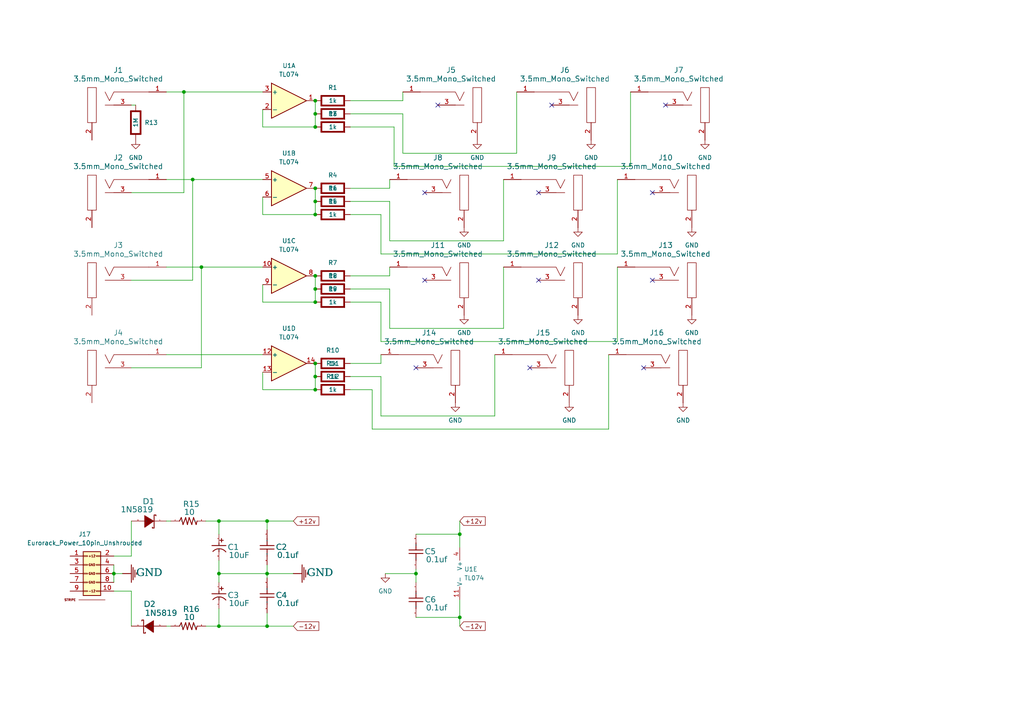
<source format=kicad_sch>
(kicad_sch (version 20250114) (generator "eeschema") (generator_version "9.0")
  (paper "A4")
  (lib_symbols
    (symbol "1N5819G"
      (property "Reference" "D2" (at -1.4224 7.2263 0))
      (property "Value" "1N5819" (at -1.524 4.6863 0))
      (symbol "1N5819G_0_0"
        (polyline (pts (xy -2.032 1.524) (xy -2.032 1.778) (xy -1.524 1.778) (xy -1.524 -2.032) (xy -1.016 -2.032) (xy -1.016 -1.778)) (stroke (width 0.254)))
        (polyline (pts (xy 1.3208 1.524) (xy -1.1938 0) (xy 1.3208 -1.778) (xy 1.3208 1.524)) (stroke (width 0.254)) (fill (type outline)))
        (pin unspecified line (at -5.08 0 0) (length 3.81) (name "K") (number "1"))
        (pin unspecified line (at 5.08 0 180) (length 3.81) (name "A") (number "2"))
      )
    )
    (symbol "1N5819G_1"
      (property "Reference" "D1" (at 1.5748 6.5151 0))
      (property "Value" "1N5819" (at 1.5748 4.2291 0))
      (symbol "1N5819G_1_0_0"
        (polyline (pts (xy -1.1938 1.524) (xy 1.3208 0) (xy -1.1938 -1.778) (xy -1.1938 1.524)) (stroke (width 0.254)) (fill (type outline)))
        (polyline (pts (xy 2.032 1.524) (xy 2.032 1.778) (xy 1.524 1.778) (xy 1.524 -2.032) (xy 1.016 -2.032) (xy 1.016 -1.778)) (stroke (width 0.254)))
        (pin unspecified line (at -5.08 0 0) (length 3.81) (name "A") (number "2"))
        (pin unspecified line (at 5.08 0 180) (length 3.81) (name "K") (number "1"))
      )
    )
    (symbol "47uF 16V 5*5"
      (property "Reference" "C3" (at 2.5908 0.9017 0))
      (property "Value" "47uF" (at 2.5908 -1.3843 0))
      (symbol "47uF 16V 5*5_0_0"
        (polyline (pts (xy 0 1.27) (xy 0 0.508)) (stroke (width 0.254)))
        (polyline (pts (xy 0 -0.508) (xy 0 -1.27)) (stroke (width 0.254)))
        (arc (start -1.7526 -1.1938) (mid 0.1558 -0.4053) (end 2.0066 -1.3208) (stroke (width 0.254)))
        (polyline (pts (xy 0.762 2.54) (xy 0.762 1.524)) (stroke (width 0.254)))
        (polyline (pts (xy 1.27 2.032) (xy 0.254 2.032)) (stroke (width 0.254)))
        (polyline (pts (xy 2.032 0.508) (xy -2.032 0.508)) (stroke (width 0.254)))
        (pin input line (at 0 3.81 270) (length 2.54) (name "1") (number "1"))
        (pin input line (at 0 -3.81 90) (length 2.54) (name "2") (number "2"))
      )
    )
    (symbol "47uF 16V 5*5_1"
      (property "Reference" "C1" (at 2.5908 0.8763 0))
      (property "Value" "47uF" (at 2.5908 -1.4097 0))
      (symbol "47uF 16V 5*5_1_0_0"
        (polyline (pts (xy 0 1.27) (xy 0 0.508)) (stroke (width 0.254)))
        (polyline (pts (xy 0 -0.508) (xy 0 -1.27)) (stroke (width 0.254)))
        (arc (start -1.7526 -1.1938) (mid 0.1558 -0.4053) (end 2.0066 -1.3208) (stroke (width 0.254)))
        (polyline (pts (xy 0.762 2.54) (xy 0.762 1.524)) (stroke (width 0.254)))
        (polyline (pts (xy 1.27 2.032) (xy 0.254 2.032)) (stroke (width 0.254)))
        (polyline (pts (xy 2.032 0.508) (xy -2.032 0.508)) (stroke (width 0.254)))
        (pin input line (at 0 3.81 270) (length 2.54) (name "1") (number "1"))
        (pin input line (at 0 -3.81 90) (length 2.54) (name "2") (number "2"))
      )
    )
    (symbol "Amplifier_Operational:TL074" (pin_names (offset 0.127))
      (property "Reference" "U" (at 0 5.08 0))
      (property "Value" "TL074" (at 0 -5.08 0))
      (symbol "TL074_1_1"
        (polyline (pts (xy -5.08 5.08) (xy 5.08 0) (xy -5.08 -5.08) (xy -5.08 5.08)) (stroke (width 0.254)) (fill (type background)))
        (pin input line (at -7.62 2.54 0) (length 2.54) (name "+") (number "3"))
        (pin input line (at -7.62 -2.54 0) (length 2.54) (name "-") (number "2"))
        (pin output line (at 7.62 0 180) (length 2.54) (name "~") (number "1"))
      )
      (symbol "TL074_2_1"
        (polyline (pts (xy -5.08 5.08) (xy 5.08 0) (xy -5.08 -5.08) (xy -5.08 5.08)) (stroke (width 0.254)) (fill (type background)))
        (pin input line (at -7.62 2.54 0) (length 2.54) (name "+") (number "5"))
        (pin input line (at -7.62 -2.54 0) (length 2.54) (name "-") (number "6"))
        (pin output line (at 7.62 0 180) (length 2.54) (name "~") (number "7"))
      )
      (symbol "TL074_3_1"
        (polyline (pts (xy -5.08 5.08) (xy 5.08 0) (xy -5.08 -5.08) (xy -5.08 5.08)) (stroke (width 0.254)) (fill (type background)))
        (pin input line (at -7.62 2.54 0) (length 2.54) (name "+") (number "10"))
        (pin input line (at -7.62 -2.54 0) (length 2.54) (name "-") (number "9"))
        (pin output line (at 7.62 0 180) (length 2.54) (name "~") (number "8"))
      )
      (symbol "TL074_4_1"
        (polyline (pts (xy -5.08 5.08) (xy 5.08 0) (xy -5.08 -5.08) (xy -5.08 5.08)) (stroke (width 0.254)) (fill (type background)))
        (pin input line (at -7.62 2.54 0) (length 2.54) (name "+") (number "12"))
        (pin input line (at -7.62 -2.54 0) (length 2.54) (name "-") (number "13"))
        (pin output line (at 7.62 0 180) (length 2.54) (name "~") (number "14"))
      )
      (symbol "TL074_5_1"
        (pin power_in line (at -2.54 7.62 270) (length 3.81) (name "V+") (number "4"))
        (pin power_in line (at -2.54 -7.62 90) (length 3.81) (name "V-") (number "11"))
      )
    )
    (symbol "C_RAD-0.1_US_4"
      (property "Reference" "C4" (at 2.5908 0.9017 0))
      (property "Value" "0.1uf" (at 2.5908 -1.3843 0))
      (symbol "C_RAD-0.1_US_4_0_0"
        (polyline (pts (xy -2.032 0.508) (xy 2.032 0.508)) (stroke (width 0.254)))
        (polyline (pts (xy 0 2.54) (xy 0 0.508)) (stroke (width 0.254)))
        (polyline (pts (xy 0 -0.508) (xy 0 -2.54)) (stroke (width 0.254)))
        (polyline (pts (xy 2.032 -0.508) (xy -2.032 -0.508)) (stroke (width 0.254)))
        (pin unspecified line (at 0 5.08 270) (length 2.54) (name "2") (number "2"))
        (pin unspecified line (at 0 -5.08 90) (length 2.54) (name "1") (number "1"))
      )
    )
    (symbol "C_RAD-0.1_US_5"
      (property "Reference" "C2" (at 2.5908 0.9017 0))
      (property "Value" "0.1uf" (at 2.5908 -1.3843 0))
      (symbol "C_RAD-0.1_US_5_0_0"
        (polyline (pts (xy -2.032 0.508) (xy 2.032 0.508)) (stroke (width 0.254)))
        (polyline (pts (xy 0 2.54) (xy 0 0.508)) (stroke (width 0.254)))
        (polyline (pts (xy 0 -0.508) (xy 0 -2.54)) (stroke (width 0.254)))
        (polyline (pts (xy 2.032 -0.508) (xy -2.032 -0.508)) (stroke (width 0.254)))
        (pin unspecified line (at 0 5.08 270) (length 2.54) (name "2") (number "2"))
        (pin unspecified line (at 0 -5.08 90) (length 2.54) (name "1") (number "1"))
      )
    )
    (symbol "GND" (power) (pin_numbers (hide yes)) (pin_names (hide yes))
      (property "Value" "GND" (at 0 -6.35 0))
      (symbol "GND_0_0"
        (polyline (pts (xy -2.54 -2.54) (xy 2.54 -2.54)) (stroke (width 0.254)))
        (polyline (pts (xy -1.778 -3.048) (xy 1.778 -3.048)) (stroke (width 0.254)))
        (polyline (pts (xy -1.016 -3.556) (xy 1.016 -3.556)) (stroke (width 0.254)))
        (polyline (pts (xy -0.254 -4.064) (xy 0.254 -4.064)) (stroke (width 0.254)))
        (polyline (pts (xy 0 0) (xy 0 -2.54)) (stroke (width 0.254)))
        (pin power_in line (at 0 0 270) (length 0) (name "GND") (number "1"))
      )
    )
    (symbol "PCM_4ms_Connector:Eurorack_Power_10pin_Unshrouded" (pin_names (offset 0.0254) (hide yes))
      (property "Reference" "J" (at 0 3.81 0))
      (property "Value" "Eurorack_Power_10pin_Unshrouded" (at 0 6.35 0))
      (symbol "Eurorack_Power_10pin_Unshrouded_0_0"
        (text "STRIPE" (at -6.35 -11.43 0) (effects (font (size 0.635 0.635))))
        (text "+12" (at 0 1.27 0) (effects (font (size 0.635 0.635))))
        (text "GND" (at 0 -1.27 0) (effects (font (size 0.635 0.635))))
        (text "GND" (at 0 -3.81 0) (effects (font (size 0.635 0.635))))
        (text "GND" (at 0 -6.35 0) (effects (font (size 0.635 0.635))))
        (text "-12" (at 0 -8.89 0) (effects (font (size 0.635 0.635))))
      )
      (symbol "Eurorack_Power_10pin_Unshrouded_0_1"
        (polyline (pts (xy -3.81 -11.43) (xy 3.81 -11.43) (xy 1.27 -11.43)))
        (rectangle (start -2.54 1.397) (end -1.27 1.143))
        (rectangle (start -2.54 -1.143) (end -1.27 -1.397))
        (rectangle (start -2.54 -3.683) (end -1.27 -3.937))
        (rectangle (start -2.54 -6.223) (end -1.27 -6.477))
        (rectangle (start -2.54 -8.763) (end -1.27 -9.017))
        (rectangle (start -2.54 -10.16) (end 2.54 2.54) (stroke (width 0.254)) (fill (type background)))
        (rectangle (start 1.27 1.397) (end 2.54 1.143))
        (rectangle (start 1.27 -1.143) (end 2.54 -1.397))
        (rectangle (start 1.27 -3.683) (end 2.54 -3.937))
        (rectangle (start 1.27 -6.223) (end 2.54 -6.477))
        (rectangle (start 1.27 -8.763) (end 2.54 -9.017))
      )
      (symbol "Eurorack_Power_10pin_Unshrouded_1_1"
        (pin passive line (at -6.35 1.27 0) (length 3.81) (name "+12V") (number "1"))
        (pin passive line (at -6.35 -1.27 0) (length 3.81) (name "GND") (number "3"))
        (pin passive line (at -6.35 -3.81 0) (length 3.81) (name "GND") (number "5"))
        (pin passive line (at -6.35 -6.35 0) (length 3.81) (name "GND") (number "7"))
        (pin passive line (at -6.35 -8.89 0) (length 3.81) (name "-12V") (number "9"))
        (pin passive line (at 6.35 1.27 180) (length 3.81) (name "+12V") (number "2"))
        (pin passive line (at 6.35 -1.27 180) (length 3.81) (name "GND") (number "4"))
        (pin passive line (at 6.35 -3.81 180) (length 3.81) (name "GND") (number "6"))
        (pin passive line (at 6.35 -6.35 180) (length 3.81) (name "GND") (number "8"))
        (pin passive line (at 6.35 -8.89 180) (length 3.81) (name "-12V") (number "10"))
      )
    )
    (symbol "PCM_4ms_Jack:3.5mm_Mono_Switched" (pin_names (offset 0) (hide yes))
      (property "Reference" "J" (at -6.35 -7.62 0))
      (property "Value" "3.5mm_Mono_Switched" (at 6.35 6.604 0))
      (symbol "3.5mm_Mono_Switched_0_0"
        (rectangle (start -6.35 5.08) (end -3.81 -5.08))
        (polyline (pts (xy -1.27 3.81) (xy 0 1.27) (xy 1.27 3.81) (xy 11.43 3.81)))
        (polyline (pts (xy -1.27 0) (xy 1.27 0)))
      )
      (symbol "3.5mm_Mono_Switched_1_1"
        (pin passive line (at -5.08 -10.16 90) (length 5.08) (name "SHEILD") (number "2"))
        (pin passive line (at 6.35 0 180) (length 5.08) (name "SW") (number "3"))
        (pin passive line (at 16.51 3.81 180) (length 5.08) (name "SIG") (number "1"))
      )
    )
    (symbol "PCM_4ms_Power-symbol:GND" (power) (pin_names (offset 0))
      (property "Value" "GND" (at 0 -3.81 0))
      (symbol "GND_0_1"
        (polyline (pts (xy 0 0) (xy 0 -1.27) (xy 1.27 -1.27) (xy 0 -2.54) (xy -1.27 -1.27) (xy 0 -1.27)))
      )
      (symbol "GND_1_1"
        (pin power_in line (at 0 0 270) (length 0) (hide yes) (name "GND") (number "1"))
      )
    )
    (symbol "PCM_Elektuur:R" (pin_numbers (hide yes)) (pin_names (offset 0) (hide yes))
      (property "Reference" "R" (at 2.54 3.175 0))
      (property "Value" "R" (at 0 0 90))
      (symbol "R_1_1"
        (polyline (pts (xy -1.524 -3.429) (xy 1.524 -3.429) (xy 1.524 3.429) (xy -1.524 3.429) (xy -1.524 -3.429) (xy -1.27 -3.175) (xy -1.27 3.175) (xy 1.27 3.175) (xy 1.27 -3.175) (xy -1.27 -3.175) (xy -1.524 -3.429)) (stroke (width 0.254)) (fill (type outline)))
        (pin passive line (at 0 5.08 270) (length 1.651) (name "+") (number "1"))
        (pin passive line (at 0 -5.08 90) (length 1.651) (name "-") (number "2"))
      )
      (symbol "R_1_2"
        (polyline (pts (xy -0.508 -3.429) (xy 1.524 -3.429) (xy 1.524 3.429) (xy -0.508 3.429) (xy -0.508 3.175) (xy 1.27 3.175) (xy 1.27 -3.175) (xy -0.508 -3.175) (xy -0.508 -3.429)) (stroke (width 0.254)) (fill (type outline)))
        (pin passive line (at 0 5.08 270) (length 1.651) (name "+") (number "1"))
        (pin passive line (at 0 -5.08 90) (length 1.651) (name "-") (number "2"))
      )
      (symbol "R_1_3"
        (polyline (pts (xy 0 3.4798) (xy 0 3.2004) (xy 0.7112 2.794) (xy -1.1938 1.6764) (xy 0.7112 0.5588) (xy -1.1938 -0.5588) (xy 0.7112 -1.6764) (xy -1.1938 -2.794) (xy 0 -3.4798) (xy 0 -3.2004) (xy -0.7112 -2.794) (xy 1.1938 -1.6764) (xy -0.7112 -0.5588) (xy 1.1938 0.5588) (xy -0.7112 1.6764) (xy 1.1938 2.794) (xy 0 3.4798)) (stroke (width 0.254)) (fill (type outline)))
        (pin passive line (at 0 5.08 270) (length 1.6002) (name "+") (number "1"))
        (pin passive line (at 0 -5.08 90) (length 1.6002) (name "-") (number "2"))
      )
      (symbol "R_1_4"
        (polyline (pts (xy 0 4.5466) (xy 0 4.2672) (xy 0.0508 4.2418) (xy 1.016 3.683) (xy -1.524 2.2098) (xy 1.016 0.7366) (xy -1.524 -0.7366) (xy 1.016 -2.2098) (xy -1.524 -3.683) (xy -0.0762 -4.5212) (xy 0 -4.5466) (xy 0 -4.2672) (xy -0.0508 -4.2418) (xy -1.016 -3.683) (xy 1.524 -2.2098) (xy -1.016 -0.7366) (xy 1.524 0.7366) (xy -1.016 2.2098) (xy 1.524 3.683) (xy 0.0762 4.5212) (xy 0 4.5466)) (stroke (width 0.254)) (fill (type outline)))
        (pin passive line (at 0 5.08 270) (length 0.5334) (name "+") (number "1"))
        (pin passive line (at 0 -5.08 90) (length 0.5334) (name "-") (number "2"))
      )
    )
    (symbol "RESISTOR AXIAL 1/4W_21"
      (property "Reference" "R2" (at -1.4478 5.7531 0))
      (property "Value" "10" (at -1.4478 3.4671 0))
      (symbol "RESISTOR AXIAL 1/4W_21_0_0"
        (polyline (pts (xy -2.54 0) (xy -2.032 1.016)) (stroke (width 0.254)))
        (polyline (pts (xy -2.032 1.016) (xy -1.524 -1.016)) (stroke (width 0.254)))
        (polyline (pts (xy -1.524 -1.016) (xy -0.762 1.016)) (stroke (width 0.254)))
        (polyline (pts (xy -0.762 1.016) (xy -0.254 -1.016)) (stroke (width 0.254)))
        (polyline (pts (xy -0.254 -1.016) (xy 0.254 1.016)) (stroke (width 0.254)))
        (polyline (pts (xy 0.254 1.016) (xy 1.016 -1.016)) (stroke (width 0.254)))
        (polyline (pts (xy 1.016 -1.016) (xy 1.524 1.016)) (stroke (width 0.254)))
        (polyline (pts (xy 1.524 1.016) (xy 2.286 -1.016)) (stroke (width 0.254)))
        (polyline (pts (xy 2.286 -1.016) (xy 2.54 0)) (stroke (width 0.254)))
        (pin unspecified line (at -5.08 0 0) (length 2.54) (name "1") (number "1"))
        (pin unspecified line (at 5.08 0 180) (length 2.54) (name "2") (number "2"))
      )
    )
    (symbol "RESISTOR AXIAL 1/4W_22"
      (property "Reference" "R1" (at -1.4478 5.7531 0))
      (property "Value" "10" (at -1.4478 3.4671 0))
      (symbol "RESISTOR AXIAL 1/4W_22_0_0"
        (polyline (pts (xy -2.54 0) (xy -2.032 1.016)) (stroke (width 0.254)))
        (polyline (pts (xy -2.032 1.016) (xy -1.524 -1.016)) (stroke (width 0.254)))
        (polyline (pts (xy -1.524 -1.016) (xy -0.762 1.016)) (stroke (width 0.254)))
        (polyline (pts (xy -0.762 1.016) (xy -0.254 -1.016)) (stroke (width 0.254)))
        (polyline (pts (xy -0.254 -1.016) (xy 0.254 1.016)) (stroke (width 0.254)))
        (polyline (pts (xy 0.254 1.016) (xy 1.016 -1.016)) (stroke (width 0.254)))
        (polyline (pts (xy 1.016 -1.016) (xy 1.524 1.016)) (stroke (width 0.254)))
        (polyline (pts (xy 1.524 1.016) (xy 2.286 -1.016)) (stroke (width 0.254)))
        (polyline (pts (xy 2.286 -1.016) (xy 2.54 0)) (stroke (width 0.254)))
        (pin unspecified line (at -5.08 0 0) (length 2.54) (name "1") (number "1"))
        (pin unspecified line (at 5.08 0 180) (length 2.54) (name "2") (number "2"))
      )
    )
  )
  (junction (at 91.44 58.42))
  (junction (at 133.35 154.94))
  (junction (at 91.44 80.01))
  (junction (at 91.44 87.63))
  (junction (at 58.42 77.47))
  (junction (at 77.47 181.61))
  (junction (at 63.5 151.13))
  (junction (at 63.5 181.61))
  (junction (at 77.47 151.13))
  (junction (at 91.44 109.22))
  (junction (at 63.5 166.37))
  (junction (at 91.44 83.82))
  (junction (at 91.44 29.21))
  (junction (at 91.44 36.83))
  (junction (at 91.44 62.23))
  (junction (at 91.44 113.03))
  (junction (at 91.44 33.02))
  (junction (at 55.88 52.07))
  (junction (at 53.34 26.67))
  (junction (at 91.44 54.61))
  (junction (at 77.47 166.37))
  (junction (at 91.44 105.41))
  (junction (at 133.35 179.07))
  (junction (at 120.65 166.37))
  (junction (at 33.02 166.37))
  (no_connect (at 189.23 55.88))
  (no_connect (at 156.21 81.28))
  (no_connect (at 193.04 30.48))
  (no_connect (at 186.69 106.68))
  (no_connect (at 160.02 30.48))
  (no_connect (at 127 30.48))
  (no_connect (at 189.23 81.28))
  (no_connect (at 123.19 81.28))
  (no_connect (at 156.21 55.88))
  (no_connect (at 153.67 106.68))
  (no_connect (at 123.19 55.88))
  (no_connect (at 120.65 106.68))
  (wire (pts (xy 63.5 154.94) (xy 63.5 151.13)))
  (wire (pts (xy 101.6 62.23) (xy 110.49 62.23)))
  (wire (pts (xy 179.07 73.66) (xy 179.07 52.07)))
  (wire (pts (xy 35.56 166.37) (xy 33.02 166.37)))
  (wire (pts (xy 113.03 80.01) (xy 113.03 77.47)))
  (wire (pts (xy 55.88 52.07) (xy 76.2 52.07)))
  (wire (pts (xy 77.47 167.64) (xy 77.47 166.37)))
  (wire (pts (xy 77.47 151.13) (xy 85.09 151.13)))
  (wire (pts (xy 116.84 29.21) (xy 116.84 26.67)))
  (wire (pts (xy 110.49 87.63) (xy 110.49 99.06)))
  (wire (pts (xy 116.84 44.45) (xy 149.86 44.45)))
  (wire (pts (xy 76.2 82.55) (xy 76.2 87.63)))
  (wire (pts (xy 133.35 179.07) (xy 133.35 181.61)))
  (wire (pts (xy 76.2 87.63) (xy 91.44 87.63)))
  (wire (pts (xy 59.69 151.13) (xy 63.5 151.13)))
  (wire (pts (xy 33.02 171.45) (xy 38.1 171.45)))
  (wire (pts (xy 143.51 120.65) (xy 143.51 102.87)))
  (wire (pts (xy 91.44 58.42) (xy 91.44 54.61)))
  (wire (pts (xy 55.88 81.28) (xy 55.88 52.07)))
  (wire (pts (xy 101.6 105.41) (xy 110.49 105.41)))
  (wire (pts (xy 76.2 57.15) (xy 76.2 62.23)))
  (wire (pts (xy 101.6 29.21) (xy 116.84 29.21)))
  (wire (pts (xy 48.26 77.47) (xy 58.42 77.47)))
  (wire (pts (xy 33.02 168.91) (xy 33.02 166.37)))
  (wire (pts (xy 91.44 83.82) (xy 91.44 80.01)))
  (wire (pts (xy 111.76 166.37) (xy 120.65 166.37)))
  (wire (pts (xy 133.35 154.94) (xy 133.35 158.75)))
  (wire (pts (xy 63.5 181.61) (xy 63.5 176.53)))
  (wire (pts (xy 116.84 33.02) (xy 116.84 44.45)))
  (wire (pts (xy 146.05 95.25) (xy 146.05 77.47)))
  (wire (pts (xy 33.02 161.29) (xy 38.1 161.29)))
  (wire (pts (xy 91.44 36.83) (xy 91.44 33.02)))
  (wire (pts (xy 101.6 58.42) (xy 113.03 58.42)))
  (wire (pts (xy 76.2 31.75) (xy 76.2 36.83)))
  (wire (pts (xy 39.37 30.48) (xy 38.1 30.48)))
  (wire (pts (xy 91.44 33.02) (xy 91.44 29.21)))
  (wire (pts (xy 91.44 109.22) (xy 91.44 105.41)))
  (wire (pts (xy 76.2 36.83) (xy 91.44 36.83)))
  (wire (pts (xy 58.42 106.68) (xy 58.42 77.47)))
  (wire (pts (xy 101.6 33.02) (xy 116.84 33.02)))
  (wire (pts (xy 113.03 83.82) (xy 113.03 95.25)))
  (wire (pts (xy 48.26 26.67) (xy 53.34 26.67)))
  (wire (pts (xy 91.44 58.42) (xy 91.44 62.23)))
  (wire (pts (xy 113.03 52.07) (xy 113.03 54.61)))
  (wire (pts (xy 110.49 105.41) (xy 110.49 102.87)))
  (wire (pts (xy 91.44 113.03) (xy 91.44 109.22)))
  (wire (pts (xy 101.6 36.83) (xy 114.3 36.83)))
  (wire (pts (xy 85.09 181.61) (xy 77.47 181.61)))
  (wire (pts (xy 110.49 109.22) (xy 110.49 120.65)))
  (wire (pts (xy 101.6 113.03) (xy 107.95 113.03)))
  (wire (pts (xy 101.6 54.61) (xy 113.03 54.61)))
  (wire (pts (xy 133.35 173.99) (xy 133.35 179.07)))
  (wire (pts (xy 59.69 181.61) (xy 63.5 181.61)))
  (wire (pts (xy 38.1 106.68) (xy 58.42 106.68)))
  (wire (pts (xy 77.47 153.67) (xy 77.47 151.13)))
  (wire (pts (xy 53.34 26.67) (xy 76.2 26.67)))
  (wire (pts (xy 107.95 124.46) (xy 176.53 124.46)))
  (wire (pts (xy 120.65 154.94) (xy 133.35 154.94)))
  (wire (pts (xy 77.47 166.37) (xy 77.47 163.83)))
  (wire (pts (xy 101.6 83.82) (xy 113.03 83.82)))
  (wire (pts (xy 114.3 48.26) (xy 182.88 48.26)))
  (wire (pts (xy 91.44 87.63) (xy 91.44 83.82)))
  (wire (pts (xy 101.6 109.22) (xy 110.49 109.22)))
  (wire (pts (xy 110.49 120.65) (xy 143.51 120.65)))
  (wire (pts (xy 76.2 107.95) (xy 76.2 113.03)))
  (wire (pts (xy 48.26 102.87) (xy 76.2 102.87)))
  (wire (pts (xy 176.53 124.46) (xy 176.53 102.87)))
  (wire (pts (xy 114.3 36.83) (xy 114.3 48.26)))
  (wire (pts (xy 63.5 166.37) (xy 63.5 168.91)))
  (wire (pts (xy 120.65 179.07) (xy 133.35 179.07)))
  (wire (pts (xy 113.03 58.42) (xy 113.03 69.85)))
  (wire (pts (xy 113.03 69.85) (xy 146.05 69.85)))
  (wire (pts (xy 53.34 55.88) (xy 53.34 26.67)))
  (wire (pts (xy 120.65 166.37) (xy 120.65 165.1)))
  (wire (pts (xy 76.2 62.23) (xy 91.44 62.23)))
  (wire (pts (xy 179.07 99.06) (xy 179.07 77.47)))
  (wire (pts (xy 63.5 166.37) (xy 77.47 166.37)))
  (wire (pts (xy 85.09 166.37) (xy 77.47 166.37)))
  (wire (pts (xy 101.6 87.63) (xy 110.49 87.63)))
  (wire (pts (xy 110.49 73.66) (xy 179.07 73.66)))
  (wire (pts (xy 107.95 113.03) (xy 107.95 124.46)))
  (wire (pts (xy 113.03 95.25) (xy 146.05 95.25)))
  (wire (pts (xy 77.47 177.8) (xy 77.47 181.61)))
  (wire (pts (xy 146.05 69.85) (xy 146.05 52.07)))
  (wire (pts (xy 38.1 161.29) (xy 38.1 151.13)))
  (wire (pts (xy 33.02 166.37) (xy 33.02 163.83)))
  (wire (pts (xy 110.49 62.23) (xy 110.49 73.66)))
  (wire (pts (xy 38.1 81.28) (xy 55.88 81.28)))
  (wire (pts (xy 58.42 77.47) (xy 76.2 77.47)))
  (wire (pts (xy 48.26 181.61) (xy 49.53 181.61)))
  (wire (pts (xy 49.53 151.13) (xy 48.26 151.13)))
  (wire (pts (xy 101.6 80.01) (xy 113.03 80.01)))
  (wire (pts (xy 133.35 151.13) (xy 133.35 154.94)))
  (wire (pts (xy 38.1 55.88) (xy 53.34 55.88)))
  (wire (pts (xy 38.1 171.45) (xy 38.1 181.61)))
  (wire (pts (xy 63.5 151.13) (xy 77.47 151.13)))
  (wire (pts (xy 63.5 162.56) (xy 63.5 166.37)))
  (wire (pts (xy 120.65 166.37) (xy 120.65 168.91)))
  (wire (pts (xy 76.2 113.03) (xy 91.44 113.03)))
  (wire (pts (xy 182.88 48.26) (xy 182.88 26.67)))
  (wire (pts (xy 48.26 52.07) (xy 55.88 52.07)))
  (wire (pts (xy 110.49 99.06) (xy 179.07 99.06)))
  (wire (pts (xy 149.86 44.45) (xy 149.86 26.67)))
  (wire (pts (xy 77.47 181.61) (xy 63.5 181.61)))
  (global_label "+12v" (shape input) (at 133.35 151.13 0) (property "Intersheetrefs" "${INTERSHEET_REFS}" (effects (hide yes))))
  (global_label "-12v" (shape input) (at 85.09 181.61 0) (property "Intersheetrefs" "${INTERSHEET_REFS}" (effects (hide yes))))
  (global_label "+12v" (shape input) (at 85.09 151.13 0) (property "Intersheetrefs" "${INTERSHEET_REFS}" (effects (hide yes))))
  (global_label "-12v" (shape input) (at 133.35 181.61 0) (property "Intersheetrefs" "${INTERSHEET_REFS}" (effects (hide yes))))
  (symbol (lib_id "Amplifier_Operational:TL074") (at 83.82 29.21 0) (unit 1)
    (property "Reference" "U1" (at 83.82 19.05 0))
    (property "Value" "TL074" (at 83.82 21.59 0))
    (property "Footprint" "PCM_4ms_Package_DIP:DIP-14_W7.62mm" (effects (hide yes)))
    (property "Datasheet" "http://www.ti.com/lit/ds/symlink/tl071.pdf" (effects (hide yes)))
    (property "Description" "Quad Low-Noise JFET-Input Operational Amplifiers, DIP-14/SOIC-14" (effects (hide yes)))
  )
  (symbol (lib_id "RESISTOR AXIAL 1/4W_21") (at 54.61 181.61 0) (unit 0)
    (property "Reference" "R16" (at 53.1622 175.8569 0) (effects (font (size 1.6891 1.6891)) (justify left top)))
    (property "Value" "10" (at 53.1622 178.1429 0) (effects (font (size 1.6891 1.6891)) (justify left top)))
    (property "Footprint" "Resistor_THT:R_Axial_DIN0204_L3.6mm_D1.6mm_P7.62mm_Horizontal" (effects (hide yes)))
  )
  (symbol (lib_id "PCM_4ms_Jack:3.5mm_Mono_Switched") (at 31.75 30.48 0) (unit 1)
    (property "Reference" "J1" (at 34.29 20.32 0) (effects (font (size 1.524 1.524))))
    (property "Value" "3.5mm_Mono_Switched" (at 34.29 22.86 0) (effects (font (size 1.524 1.524))))
    (property "Footprint" "PCM_4ms_Jack:EighthInch_PJ398SM" (effects (hide yes)))
    (property "Description" "Audio 3.5mm Jack, mono, switched, PC-pin Vertical" (effects (hide yes)))
    (property "Specifications" "Audio 3.5mm Jack, mono, switched, PC-pin Vertical" (effects (hide yes)))
    (property "Manufacturer" "Wenzhou QingPu Electronics Co" (effects (hide yes)))
    (property "Part Number" "WQP-WQP518MA" (effects (hide yes)))
  )
  (symbol (lib_id "PCM_Elektuur:R") (at 96.52 58.42 90) (unit 1)
    (property "Reference" "R6" (at 96.52 54.61 90))
    (property "Value" "1k" (at 96.52 58.42 90))
    (property "Footprint" "Resistor_THT:R_Axial_DIN0204_L3.6mm_D1.6mm_P7.62mm_Horizontal" (effects (hide yes)))
    (property "Description" "resistor" (effects (hide yes)))
    (property "Indicator" "+" (effects (hide yes)))
    (property "Rating" "W" (effects (hide yes)))
  )
  (symbol (lib_id "PCM_4ms_Power-symbol:GND") (at 165.1 116.84 0) (unit 1)
    (property "Reference" "#PWR011" (effects (hide yes)))
    (property "Value" "GND" (at 165.1 121.92 0))
  )
  (symbol (lib_id "PCM_Elektuur:R") (at 96.52 105.41 90) (unit 1)
    (property "Reference" "R10" (at 96.52 101.6 90))
    (property "Value" "1k" (at 96.52 105.41 90))
    (property "Footprint" "Resistor_THT:R_Axial_DIN0204_L3.6mm_D1.6mm_P7.62mm_Horizontal" (effects (hide yes)))
    (property "Description" "resistor" (effects (hide yes)))
    (property "Indicator" "+" (effects (hide yes)))
    (property "Rating" "W" (effects (hide yes)))
  )
  (symbol (lib_id "47uF 16V 5*5") (at 63.5 172.72 0) (unit 1)
    (property "Reference" "C3" (at 66.0908 171.8183 0) (effects (font (size 1.6891 1.6891)) (justify left top)))
    (property "Value" "10uF" (at 66.0908 174.1043 0) (effects (font (size 1.6891 1.6891)) (justify left top)))
    (property "Footprint" "Capacitor_THT:CP_Radial_D6.3mm_P2.50mm" (effects (hide yes)))
    (property "BOM_Manufacturer Part" "47uF 16V 5*5" (effects (hide yes)))
    (property "BOM_Manufacturer" "ValuePro" (effects (hide yes)))
    (property "BOM_Supplier Part" "C43802" (effects (hide yes)))
    (property "BOM_Supplier" "LCSC" (effects (hide yes)))
  )
  (symbol (lib_id "1N5819G") (at 43.18 181.61 0) (unit 0)
    (property "Reference" "D2" (at 41.7576 174.3837 0) (effects (font (size 1.6891 1.6891)) (justify left top)))
    (property "Value" "1N5819" (at 41.656 176.9237 0) (effects (font (size 1.6891 1.6891)) (justify left top)))
    (property "Footprint" "PCM_4ms_Diode:D_DO-41_P7.62mm_Horizontal" (effects (hide yes)))
    (property "BOM_Manufacturer Part" "1N5819G" (effects (hide yes)))
    (property "BOM_Manufacturer" "ON Semicon" (effects (hide yes)))
    (property "BOM_Supplier Part" "C232463" (effects (hide yes)))
    (property "BOM_Supplier" "LCSC" (effects (hide yes)))
  )
  (symbol (lib_id "PCM_4ms_Jack:3.5mm_Mono_Switched") (at 31.75 55.88 0) (unit 1)
    (property "Reference" "J2" (at 34.29 45.72 0) (effects (font (size 1.524 1.524))))
    (property "Value" "3.5mm_Mono_Switched" (at 34.29 48.26 0) (effects (font (size 1.524 1.524))))
    (property "Footprint" "PCM_4ms_Jack:EighthInch_PJ398SM" (effects (hide yes)))
    (property "Description" "Audio 3.5mm Jack, mono, switched, PC-pin Vertical" (effects (hide yes)))
    (property "Specifications" "Audio 3.5mm Jack, mono, switched, PC-pin Vertical" (effects (hide yes)))
    (property "Manufacturer" "Wenzhou QingPu Electronics Co" (effects (hide yes)))
    (property "Part Number" "WQP-WQP518MA" (effects (hide yes)))
  )
  (symbol (lib_id "RESISTOR AXIAL 1/4W_22") (at 54.61 151.13 0) (unit 0)
    (property "Reference" "R15" (at 53.1622 145.3769 0) (effects (font (size 1.6891 1.6891)) (justify left top)))
    (property "Value" "10" (at 53.1622 147.6629 0) (effects (font (size 1.6891 1.6891)) (justify left top)))
    (property "Footprint" "Resistor_THT:R_Axial_DIN0204_L3.6mm_D1.6mm_P7.62mm_Horizontal" (effects (hide yes)))
  )
  (symbol (lib_id "PCM_Elektuur:R") (at 96.52 83.82 90) (unit 1)
    (property "Reference" "R8" (at 96.52 80.01 90))
    (property "Value" "1k" (at 96.52 83.82 90))
    (property "Footprint" "Resistor_THT:R_Axial_DIN0204_L3.6mm_D1.6mm_P7.62mm_Horizontal" (effects (hide yes)))
    (property "Description" "resistor" (effects (hide yes)))
    (property "Indicator" "+" (effects (hide yes)))
    (property "Rating" "W" (effects (hide yes)))
  )
  (symbol (lib_id "PCM_Elektuur:R") (at 96.52 113.03 90) (unit 1)
    (property "Reference" "R12" (at 96.52 109.22 90))
    (property "Value" "1k" (at 96.52 113.03 90))
    (property "Footprint" "Resistor_THT:R_Axial_DIN0204_L3.6mm_D1.6mm_P7.62mm_Horizontal" (effects (hide yes)))
    (property "Description" "resistor" (effects (hide yes)))
    (property "Indicator" "+" (effects (hide yes)))
    (property "Rating" "W" (effects (hide yes)))
  )
  (symbol (lib_id "Amplifier_Operational:TL074") (at 135.89 166.37 0) (unit 5)
    (property "Reference" "U1" (at 134.62 165.0999 0) (effects (justify left)))
    (property "Value" "TL074" (at 134.62 167.6399 0) (effects (justify left)))
    (property "Footprint" "PCM_4ms_Package_DIP:DIP-14_W7.62mm" (effects (hide yes)))
    (property "Datasheet" "http://www.ti.com/lit/ds/symlink/tl071.pdf" (effects (hide yes)))
    (property "Description" "Quad Low-Noise JFET-Input Operational Amplifiers, DIP-14/SOIC-14" (effects (hide yes)))
  )
  (symbol (lib_id "PCM_4ms_Jack:3.5mm_Mono_Switched") (at 129.54 81.28 0) (mirror y) (unit 1)
    (property "Reference" "J11" (at 127 71.12 0) (effects (font (size 1.524 1.524))))
    (property "Value" "3.5mm_Mono_Switched" (at 127 73.66 0) (effects (font (size 1.524 1.524))))
    (property "Footprint" "PCM_4ms_Jack:EighthInch_PJ398SM" (effects (hide yes)))
    (property "Description" "Audio 3.5mm Jack, mono, switched, PC-pin Vertical" (effects (hide yes)))
    (property "Specifications" "Audio 3.5mm Jack, mono, switched, PC-pin Vertical" (effects (hide yes)))
    (property "Manufacturer" "Wenzhou QingPu Electronics Co" (effects (hide yes)))
    (property "Part Number" "WQP-WQP518MA" (effects (hide yes)))
  )
  (symbol (lib_id "Amplifier_Operational:TL074") (at 83.82 54.61 0) (unit 2)
    (property "Reference" "U1" (at 83.82 44.45 0))
    (property "Value" "TL074" (at 83.82 46.99 0))
    (property "Footprint" "PCM_4ms_Package_DIP:DIP-14_W7.62mm" (effects (hide yes)))
    (property "Datasheet" "http://www.ti.com/lit/ds/symlink/tl071.pdf" (effects (hide yes)))
    (property "Description" "Quad Low-Noise JFET-Input Operational Amplifiers, DIP-14/SOIC-14" (effects (hide yes)))
  )
  (symbol (lib_id "PCM_4ms_Jack:3.5mm_Mono_Switched") (at 127 106.68 0) (mirror y) (unit 1)
    (property "Reference" "J14" (at 124.46 96.52 0) (effects (font (size 1.524 1.524))))
    (property "Value" "3.5mm_Mono_Switched" (at 124.46 99.06 0) (effects (font (size 1.524 1.524))))
    (property "Footprint" "PCM_4ms_Jack:EighthInch_PJ398SM" (effects (hide yes)))
    (property "Description" "Audio 3.5mm Jack, mono, switched, PC-pin Vertical" (effects (hide yes)))
    (property "Specifications" "Audio 3.5mm Jack, mono, switched, PC-pin Vertical" (effects (hide yes)))
    (property "Manufacturer" "Wenzhou QingPu Electronics Co" (effects (hide yes)))
    (property "Part Number" "WQP-WQP518MA" (effects (hide yes)))
  )
  (symbol (lib_id "PCM_4ms_Power-symbol:GND") (at 171.45 40.64 0) (unit 1)
    (property "Reference" "#PWR02" (effects (hide yes)))
    (property "Value" "GND" (at 171.45 45.72 0))
  )
  (symbol (lib_id "PCM_4ms_Jack:3.5mm_Mono_Switched") (at 195.58 55.88 0) (mirror y) (unit 1)
    (property "Reference" "J10" (at 193.04 45.72 0) (effects (font (size 1.524 1.524))))
    (property "Value" "3.5mm_Mono_Switched" (at 193.04 48.26 0) (effects (font (size 1.524 1.524))))
    (property "Footprint" "PCM_4ms_Jack:EighthInch_PJ398SM" (effects (hide yes)))
    (property "Description" "Audio 3.5mm Jack, mono, switched, PC-pin Vertical" (effects (hide yes)))
    (property "Specifications" "Audio 3.5mm Jack, mono, switched, PC-pin Vertical" (effects (hide yes)))
    (property "Manufacturer" "Wenzhou QingPu Electronics Co" (effects (hide yes)))
    (property "Part Number" "WQP-WQP518MA" (effects (hide yes)))
  )
  (symbol (lib_id "PCM_4ms_Jack:3.5mm_Mono_Switched") (at 193.04 106.68 0) (mirror y) (unit 1)
    (property "Reference" "J16" (at 190.5 96.52 0) (effects (font (size 1.524 1.524))))
    (property "Value" "3.5mm_Mono_Switched" (at 190.5 99.06 0) (effects (font (size 1.524 1.524))))
    (property "Footprint" "PCM_4ms_Jack:EighthInch_PJ398SM" (effects (hide yes)))
    (property "Description" "Audio 3.5mm Jack, mono, switched, PC-pin Vertical" (effects (hide yes)))
    (property "Specifications" "Audio 3.5mm Jack, mono, switched, PC-pin Vertical" (effects (hide yes)))
    (property "Manufacturer" "Wenzhou QingPu Electronics Co" (effects (hide yes)))
    (property "Part Number" "WQP-WQP518MA" (effects (hide yes)))
  )
  (symbol (lib_id "PCM_4ms_Jack:3.5mm_Mono_Switched") (at 162.56 81.28 0) (mirror y) (unit 1)
    (property "Reference" "J12" (at 160.02 71.12 0) (effects (font (size 1.524 1.524))))
    (property "Value" "3.5mm_Mono_Switched" (at 160.02 73.66 0) (effects (font (size 1.524 1.524))))
    (property "Footprint" "PCM_4ms_Jack:EighthInch_PJ398SM" (effects (hide yes)))
    (property "Description" "Audio 3.5mm Jack, mono, switched, PC-pin Vertical" (effects (hide yes)))
    (property "Specifications" "Audio 3.5mm Jack, mono, switched, PC-pin Vertical" (effects (hide yes)))
    (property "Manufacturer" "Wenzhou QingPu Electronics Co" (effects (hide yes)))
    (property "Part Number" "WQP-WQP518MA" (effects (hide yes)))
  )
  (symbol (lib_id "GND") (at 85.09 166.37 90) (unit 0)
    (property "Reference" "#PWR0101" (effects (hide yes)))
    (property "Value" "GND" (at 89.3318 167.386 -90) (effects (font (size 2.1717 2.1717)) (justify left bottom)))
    (property "Description" "Power symbol creates a global label with name 'GND'" (effects (hide yes)))
  )
  (symbol (lib_id "C_RAD-0.1_US_4") (at 120.65 173.99 0) (unit 0)
    (property "Reference" "C6" (at 123.2408 173.0883 0) (effects (font (size 1.6891 1.6891)) (justify left top)))
    (property "Value" "0.1uf" (at 123.2408 175.3743 0) (effects (font (size 1.6891 1.6891)) (justify left top)))
    (property "Footprint" "PCM_4ms_Capacitor:C_Disc_P5.08mm" (effects (hide yes)))
  )
  (symbol (lib_id "PCM_4ms_Jack:3.5mm_Mono_Switched") (at 160.02 106.68 0) (mirror y) (unit 1)
    (property "Reference" "J15" (at 157.48 96.52 0) (effects (font (size 1.524 1.524))))
    (property "Value" "3.5mm_Mono_Switched" (at 157.48 99.06 0) (effects (font (size 1.524 1.524))))
    (property "Footprint" "PCM_4ms_Jack:EighthInch_PJ398SM" (effects (hide yes)))
    (property "Description" "Audio 3.5mm Jack, mono, switched, PC-pin Vertical" (effects (hide yes)))
    (property "Specifications" "Audio 3.5mm Jack, mono, switched, PC-pin Vertical" (effects (hide yes)))
    (property "Manufacturer" "Wenzhou QingPu Electronics Co" (effects (hide yes)))
    (property "Part Number" "WQP-WQP518MA" (effects (hide yes)))
  )
  (symbol (lib_id "PCM_4ms_Power-symbol:GND") (at 200.66 91.44 0) (unit 1)
    (property "Reference" "#PWR09" (effects (hide yes)))
    (property "Value" "GND" (at 200.66 96.52 0))
  )
  (symbol (lib_id "PCM_4ms_Jack:3.5mm_Mono_Switched") (at 31.75 81.28 0) (unit 1)
    (property "Reference" "J3" (at 34.29 71.12 0) (effects (font (size 1.524 1.524))))
    (property "Value" "3.5mm_Mono_Switched" (at 34.29 73.66 0) (effects (font (size 1.524 1.524))))
    (property "Footprint" "PCM_4ms_Jack:EighthInch_PJ398SM" (effects (hide yes)))
    (property "Description" "Audio 3.5mm Jack, mono, switched, PC-pin Vertical" (effects (hide yes)))
    (property "Specifications" "Audio 3.5mm Jack, mono, switched, PC-pin Vertical" (effects (hide yes)))
    (property "Manufacturer" "Wenzhou QingPu Electronics Co" (effects (hide yes)))
    (property "Part Number" "WQP-WQP518MA" (effects (hide yes)))
  )
  (symbol (lib_id "PCM_Elektuur:R") (at 96.52 62.23 90) (unit 1)
    (property "Reference" "R5" (at 96.52 58.42 90))
    (property "Value" "1k" (at 96.52 62.23 90))
    (property "Footprint" "Resistor_THT:R_Axial_DIN0204_L3.6mm_D1.6mm_P7.62mm_Horizontal" (effects (hide yes)))
    (property "Description" "resistor" (effects (hide yes)))
    (property "Indicator" "+" (effects (hide yes)))
    (property "Rating" "W" (effects (hide yes)))
  )
  (symbol (lib_id "PCM_4ms_Power-symbol:GND") (at 198.12 116.84 0) (unit 1)
    (property "Reference" "#PWR012" (effects (hide yes)))
    (property "Value" "GND" (at 198.12 121.92 0))
  )
  (symbol (lib_id "PCM_4ms_Power-symbol:GND") (at 167.64 66.04 0) (unit 1)
    (property "Reference" "#PWR05" (effects (hide yes)))
    (property "Value" "GND" (at 167.64 71.12 0))
  )
  (symbol (lib_id "47uF 16V 5*5_1") (at 63.5 158.75 0) (unit 1)
    (property "Reference" "C1" (at 66.0908 157.8737 0) (effects (font (size 1.6891 1.6891)) (justify left top)))
    (property "Value" "10uF" (at 66.0908 160.1597 0) (effects (font (size 1.6891 1.6891)) (justify left top)))
    (property "Footprint" "Capacitor_THT:CP_Radial_D6.3mm_P2.50mm" (effects (hide yes)))
    (property "BOM_Manufacturer Part" "47uF 16V 5*5" (effects (hide yes)))
    (property "BOM_Manufacturer" "ValuePro" (effects (hide yes)))
    (property "BOM_Supplier Part" "C43802" (effects (hide yes)))
    (property "BOM_Supplier" "LCSC" (effects (hide yes)))
  )
  (symbol (lib_id "Amplifier_Operational:TL074") (at 83.82 80.01 0) (unit 3)
    (property "Reference" "U1" (at 83.82 69.85 0))
    (property "Value" "TL074" (at 83.82 72.39 0))
    (property "Footprint" "PCM_4ms_Package_DIP:DIP-14_W7.62mm" (effects (hide yes)))
    (property "Datasheet" "http://www.ti.com/lit/ds/symlink/tl071.pdf" (effects (hide yes)))
    (property "Description" "Quad Low-Noise JFET-Input Operational Amplifiers, DIP-14/SOIC-14" (effects (hide yes)))
  )
  (symbol (lib_id "PCM_4ms_Power-symbol:GND") (at 134.62 66.04 0) (unit 1)
    (property "Reference" "#PWR04" (effects (hide yes)))
    (property "Value" "GND" (at 134.62 71.12 0))
  )
  (symbol (lib_id "PCM_Elektuur:R") (at 96.52 29.21 90) (unit 1)
    (property "Reference" "R1" (at 96.52 25.4 90))
    (property "Value" "1k" (at 96.52 29.21 90))
    (property "Footprint" "Resistor_THT:R_Axial_DIN0204_L3.6mm_D1.6mm_P7.62mm_Horizontal" (effects (hide yes)))
    (property "Description" "resistor" (effects (hide yes)))
    (property "Indicator" "+" (effects (hide yes)))
    (property "Rating" "W" (effects (hide yes)))
  )
  (symbol (lib_id "PCM_Elektuur:R") (at 96.52 54.61 90) (unit 1)
    (property "Reference" "R4" (at 96.52 50.8 90))
    (property "Value" "1k" (at 96.52 54.61 90))
    (property "Footprint" "Resistor_THT:R_Axial_DIN0204_L3.6mm_D1.6mm_P7.62mm_Horizontal" (effects (hide yes)))
    (property "Description" "resistor" (effects (hide yes)))
    (property "Indicator" "+" (effects (hide yes)))
    (property "Rating" "W" (effects (hide yes)))
  )
  (symbol (lib_id "PCM_4ms_Power-symbol:GND") (at 134.62 91.44 0) (unit 1)
    (property "Reference" "#PWR07" (effects (hide yes)))
    (property "Value" "GND" (at 134.62 96.52 0))
  )
  (symbol (lib_id "C_RAD-0.1_US_5") (at 120.65 160.02 0) (unit 0)
    (property "Reference" "C5" (at 123.2408 159.1183 0) (effects (font (size 1.6891 1.6891)) (justify left top)))
    (property "Value" "0.1uf" (at 123.2408 161.4043 0) (effects (font (size 1.6891 1.6891)) (justify left top)))
    (property "Footprint" "PCM_4ms_Capacitor:C_Disc_P5.08mm" (effects (hide yes)))
  )
  (symbol (lib_id "PCM_4ms_Power-symbol:GND") (at 132.08 116.84 0) (unit 1)
    (property "Reference" "#PWR010" (effects (hide yes)))
    (property "Value" "GND" (at 132.08 121.92 0))
  )
  (symbol (lib_id "PCM_4ms_Power-symbol:GND") (at 200.66 66.04 0) (unit 1)
    (property "Reference" "#PWR06" (effects (hide yes)))
    (property "Value" "GND" (at 200.66 71.12 0))
  )
  (symbol (lib_id "PCM_4ms_Jack:3.5mm_Mono_Switched") (at 31.75 106.68 0) (unit 1)
    (property "Reference" "J4" (at 34.29 96.52 0) (effects (font (size 1.524 1.524))))
    (property "Value" "3.5mm_Mono_Switched" (at 34.29 99.06 0) (effects (font (size 1.524 1.524))))
    (property "Footprint" "PCM_4ms_Jack:EighthInch_PJ398SM" (effects (hide yes)))
    (property "Description" "Audio 3.5mm Jack, mono, switched, PC-pin Vertical" (effects (hide yes)))
    (property "Specifications" "Audio 3.5mm Jack, mono, switched, PC-pin Vertical" (effects (hide yes)))
    (property "Manufacturer" "Wenzhou QingPu Electronics Co" (effects (hide yes)))
    (property "Part Number" "WQP-WQP518MA" (effects (hide yes)))
  )
  (symbol (lib_id "PCM_4ms_Power-symbol:GND") (at 111.76 166.37 0) (unit 1)
    (property "Reference" "#PWR013" (effects (hide yes)))
    (property "Value" "GND" (at 111.76 171.45 0))
  )
  (symbol (lib_id "PCM_Elektuur:R") (at 96.52 33.02 90) (unit 1)
    (property "Reference" "R2" (effects (hide yes)))
    (property "Value" "1k" (at 96.52 33.02 90))
    (property "Footprint" "Resistor_THT:R_Axial_DIN0204_L3.6mm_D1.6mm_P7.62mm_Horizontal" (effects (hide yes)))
    (property "Description" "resistor" (effects (hide yes)))
    (property "Indicator" "+" (effects (hide yes)))
    (property "Rating" "W" (effects (hide yes)))
  )
  (symbol (lib_id "PCM_Elektuur:R") (at 96.52 87.63 90) (unit 1)
    (property "Reference" "R9" (at 96.52 83.82 90))
    (property "Value" "1k" (at 96.52 87.63 90))
    (property "Footprint" "Resistor_THT:R_Axial_DIN0204_L3.6mm_D1.6mm_P7.62mm_Horizontal" (effects (hide yes)))
    (property "Description" "resistor" (effects (hide yes)))
    (property "Indicator" "+" (effects (hide yes)))
    (property "Rating" "W" (effects (hide yes)))
  )
  (symbol (lib_id "PCM_4ms_Power-symbol:GND") (at 138.43 40.64 0) (unit 1)
    (property "Reference" "#PWR01" (effects (hide yes)))
    (property "Value" "GND" (at 138.43 45.72 0))
  )
  (symbol (lib_id "PCM_4ms_Jack:3.5mm_Mono_Switched") (at 162.56 55.88 0) (mirror y) (unit 1)
    (property "Reference" "J9" (at 160.02 45.72 0) (effects (font (size 1.524 1.524))))
    (property "Value" "3.5mm_Mono_Switched" (at 160.02 48.26 0) (effects (font (size 1.524 1.524))))
    (property "Footprint" "PCM_4ms_Jack:EighthInch_PJ398SM" (effects (hide yes)))
    (property "Description" "Audio 3.5mm Jack, mono, switched, PC-pin Vertical" (effects (hide yes)))
    (property "Specifications" "Audio 3.5mm Jack, mono, switched, PC-pin Vertical" (effects (hide yes)))
    (property "Manufacturer" "Wenzhou QingPu Electronics Co" (effects (hide yes)))
    (property "Part Number" "WQP-WQP518MA" (effects (hide yes)))
  )
  (symbol (lib_id "PCM_Elektuur:R") (at 96.52 109.22 90) (unit 1)
    (property "Reference" "R11" (at 96.52 105.41 90))
    (property "Value" "1k" (at 96.774 109.22 90))
    (property "Footprint" "Resistor_THT:R_Axial_DIN0204_L3.6mm_D1.6mm_P7.62mm_Horizontal" (effects (hide yes)))
    (property "Description" "resistor" (effects (hide yes)))
    (property "Indicator" "+" (effects (hide yes)))
    (property "Rating" "W" (effects (hide yes)))
  )
  (symbol (lib_id "GND") (at 35.56 166.37 90) (unit 0)
    (property "Reference" "#PWR0102" (effects (hide yes)))
    (property "Value" "GND" (at 39.8018 167.386 -90) (effects (font (size 2.1717 2.1717)) (justify left bottom)))
    (property "Description" "Power symbol creates a global label with name 'GND'" (effects (hide yes)))
  )
  (symbol (lib_id "C_RAD-0.1_US_4") (at 77.47 172.72 0) (unit 0)
    (property "Reference" "C4" (at 80.0608 171.8183 0) (effects (font (size 1.6891 1.6891)) (justify left top)))
    (property "Value" "0.1uf" (at 80.0608 174.1043 0) (effects (font (size 1.6891 1.6891)) (justify left top)))
    (property "Footprint" "PCM_4ms_Capacitor:C_Disc_P5.08mm" (effects (hide yes)))
  )
  (symbol (lib_id "PCM_4ms_Jack:3.5mm_Mono_Switched") (at 166.37 30.48 0) (mirror y) (unit 1)
    (property "Reference" "J6" (at 163.83 20.32 0) (effects (font (size 1.524 1.524))))
    (property "Value" "3.5mm_Mono_Switched" (at 163.83 22.86 0) (effects (font (size 1.524 1.524))))
    (property "Footprint" "PCM_4ms_Jack:EighthInch_PJ398SM" (effects (hide yes)))
    (property "Description" "Audio 3.5mm Jack, mono, switched, PC-pin Vertical" (effects (hide yes)))
    (property "Specifications" "Audio 3.5mm Jack, mono, switched, PC-pin Vertical" (effects (hide yes)))
    (property "Manufacturer" "Wenzhou QingPu Electronics Co" (effects (hide yes)))
    (property "Part Number" "WQP-WQP518MA" (effects (hide yes)))
  )
  (symbol (lib_id "PCM_4ms_Power-symbol:GND") (at 204.47 40.64 0) (unit 1)
    (property "Reference" "#PWR03" (effects (hide yes)))
    (property "Value" "GND" (at 204.47 45.72 0))
  )
  (symbol (lib_id "PCM_4ms_Jack:3.5mm_Mono_Switched") (at 133.35 30.48 0) (mirror y) (unit 1)
    (property "Reference" "J5" (at 130.81 20.32 0) (effects (font (size 1.524 1.524))))
    (property "Value" "3.5mm_Mono_Switched" (at 130.81 22.86 0) (effects (font (size 1.524 1.524))))
    (property "Footprint" "PCM_4ms_Jack:EighthInch_PJ398SM" (effects (hide yes)))
    (property "Description" "Audio 3.5mm Jack, mono, switched, PC-pin Vertical" (effects (hide yes)))
    (property "Specifications" "Audio 3.5mm Jack, mono, switched, PC-pin Vertical" (effects (hide yes)))
    (property "Manufacturer" "Wenzhou QingPu Electronics Co" (effects (hide yes)))
    (property "Part Number" "WQP-WQP518MA" (effects (hide yes)))
  )
  (symbol (lib_id "PCM_Elektuur:R") (at 39.37 35.56 0) (unit 1)
    (property "Reference" "R13" (at 41.91 35.5599 0) (effects (justify left)))
    (property "Value" "1M" (at 39.37 35.56 90))
    (property "Footprint" "Resistor_THT:R_Axial_DIN0204_L3.6mm_D1.6mm_P7.62mm_Horizontal" (effects (hide yes)))
    (property "Description" "resistor" (effects (hide yes)))
    (property "Indicator" "+" (effects (hide yes)))
    (property "Rating" "W" (effects (hide yes)))
  )
  (symbol (lib_id "1N5819G_1") (at 43.18 151.13 0) (unit 0)
    (property "Reference" "D1" (at 44.7548 144.6149 0) (effects (font (size 1.6891 1.6891)) (justify right top)))
    (property "Value" "1N5819" (at 44.7548 146.9009 0) (effects (font (size 1.6891 1.6891)) (justify right top)))
    (property "Footprint" "PCM_4ms_Diode:D_DO-41_P7.62mm_Horizontal" (effects (hide yes)))
    (property "BOM_Manufacturer Part" "1N5819G" (effects (hide yes)))
    (property "BOM_Manufacturer" "ON Semicon" (effects (hide yes)))
    (property "BOM_Supplier Part" "C232463" (effects (hide yes)))
    (property "BOM_Supplier" "LCSC" (effects (hide yes)))
  )
  (symbol (lib_id "PCM_Elektuur:R") (at 96.52 80.01 90) (unit 1)
    (property "Reference" "R7" (at 96.52 76.2 90))
    (property "Value" "1k" (at 96.52 80.01 90))
    (property "Footprint" "Resistor_THT:R_Axial_DIN0204_L3.6mm_D1.6mm_P7.62mm_Horizontal" (effects (hide yes)))
    (property "Description" "resistor" (effects (hide yes)))
    (property "Indicator" "+" (effects (hide yes)))
    (property "Rating" "W" (effects (hide yes)))
  )
  (symbol (lib_id "C_RAD-0.1_US_5") (at 77.47 158.75 0) (unit 0)
    (property "Reference" "C2" (at 80.0608 157.8483 0) (effects (font (size 1.6891 1.6891)) (justify left top)))
    (property "Value" "0.1uf" (at 80.0608 160.1343 0) (effects (font (size 1.6891 1.6891)) (justify left top)))
    (property "Footprint" "PCM_4ms_Capacitor:C_Disc_P5.08mm" (effects (hide yes)))
  )
  (symbol (lib_id "PCM_4ms_Connector:Eurorack_Power_10pin_Unshrouded") (at 26.67 162.56 0) (unit 1)
    (property "Reference" "J17" (at 24.5633 154.94 0))
    (property "Value" "Eurorack_Power_10pin_Unshrouded" (at 24.5633 157.48 0))
    (property "Footprint" "PCM_4ms_Connector:Pins_2x05_2.54mm_TH" (effects (hide yes)))
    (property "Description" "HEADER 2x5 MALE PINS 0.100” 180deg" (effects (hide yes)))
    (property "Specifications" "HEADER 2x5 MALE PINS 0.100” 180deg" (effects (hide yes)))
    (property "Manufacturer" "TAD" (effects (hide yes)))
    (property "Part Number" "1-1002FBV0T" (effects (hide yes)))
  )
  (symbol (lib_id "PCM_4ms_Power-symbol:GND") (at 39.37 40.64 0) (unit 1)
    (property "Reference" "#PWR014" (effects (hide yes)))
    (property "Value" "GND" (at 39.37 45.72 0))
  )
  (symbol (lib_id "Amplifier_Operational:TL074") (at 83.82 105.41 0) (unit 4)
    (property "Reference" "U1" (at 83.82 95.25 0))
    (property "Value" "TL074" (at 83.82 97.79 0))
    (property "Footprint" "PCM_4ms_Package_DIP:DIP-14_W7.62mm" (effects (hide yes)))
    (property "Datasheet" "http://www.ti.com/lit/ds/symlink/tl071.pdf" (effects (hide yes)))
    (property "Description" "Quad Low-Noise JFET-Input Operational Amplifiers, DIP-14/SOIC-14" (effects (hide yes)))
  )
  (symbol (lib_id "PCM_4ms_Power-symbol:GND") (at 167.64 91.44 0) (unit 1)
    (property "Reference" "#PWR08" (effects (hide yes)))
    (property "Value" "GND" (at 167.64 96.52 0))
  )
  (symbol (lib_id "PCM_4ms_Jack:3.5mm_Mono_Switched") (at 199.39 30.48 0) (mirror y) (unit 1)
    (property "Reference" "J7" (at 196.85 20.32 0) (effects (font (size 1.524 1.524))))
    (property "Value" "3.5mm_Mono_Switched" (at 196.85 22.86 0) (effects (font (size 1.524 1.524))))
    (property "Footprint" "PCM_4ms_Jack:EighthInch_PJ398SM" (effects (hide yes)))
    (property "Description" "Audio 3.5mm Jack, mono, switched, PC-pin Vertical" (effects (hide yes)))
    (property "Specifications" "Audio 3.5mm Jack, mono, switched, PC-pin Vertical" (effects (hide yes)))
    (property "Manufacturer" "Wenzhou QingPu Electronics Co" (effects (hide yes)))
    (property "Part Number" "WQP-WQP518MA" (effects (hide yes)))
  )
  (symbol (lib_id "PCM_Elektuur:R") (at 96.52 36.83 90) (unit 1)
    (property "Reference" "R3" (at 96.52 33.02 90))
    (property "Value" "1k" (at 96.52 36.83 90))
    (property "Footprint" "Resistor_THT:R_Axial_DIN0204_L3.6mm_D1.6mm_P7.62mm_Horizontal" (effects (hide yes)))
    (property "Description" "resistor" (effects (hide yes)))
    (property "Indicator" "+" (effects (hide yes)))
    (property "Rating" "W" (effects (hide yes)))
  )
  (symbol (lib_id "PCM_4ms_Jack:3.5mm_Mono_Switched") (at 129.54 55.88 0) (mirror y) (unit 1)
    (property "Reference" "J8" (at 127 45.72 0) (effects (font (size 1.524 1.524))))
    (property "Value" "3.5mm_Mono_Switched" (at 127 48.26 0) (effects (font (size 1.524 1.524))))
    (property "Footprint" "PCM_4ms_Jack:EighthInch_PJ398SM" (effects (hide yes)))
    (property "Description" "Audio 3.5mm Jack, mono, switched, PC-pin Vertical" (effects (hide yes)))
    (property "Specifications" "Audio 3.5mm Jack, mono, switched, PC-pin Vertical" (effects (hide yes)))
    (property "Manufacturer" "Wenzhou QingPu Electronics Co" (effects (hide yes)))
    (property "Part Number" "WQP-WQP518MA" (effects (hide yes)))
  )
  (symbol (lib_id "PCM_4ms_Jack:3.5mm_Mono_Switched") (at 195.58 81.28 0) (mirror y) (unit 1)
    (property "Reference" "J13" (at 193.04 71.12 0) (effects (font (size 1.524 1.524))))
    (property "Value" "3.5mm_Mono_Switched" (at 193.04 73.66 0) (effects (font (size 1.524 1.524))))
    (property "Footprint" "PCM_4ms_Jack:EighthInch_PJ398SM" (effects (hide yes)))
    (property "Description" "Audio 3.5mm Jack, mono, switched, PC-pin Vertical" (effects (hide yes)))
    (property "Specifications" "Audio 3.5mm Jack, mono, switched, PC-pin Vertical" (effects (hide yes)))
    (property "Manufacturer" "Wenzhou QingPu Electronics Co" (effects (hide yes)))
    (property "Part Number" "WQP-WQP518MA" (effects (hide yes)))
  )
)
</source>
